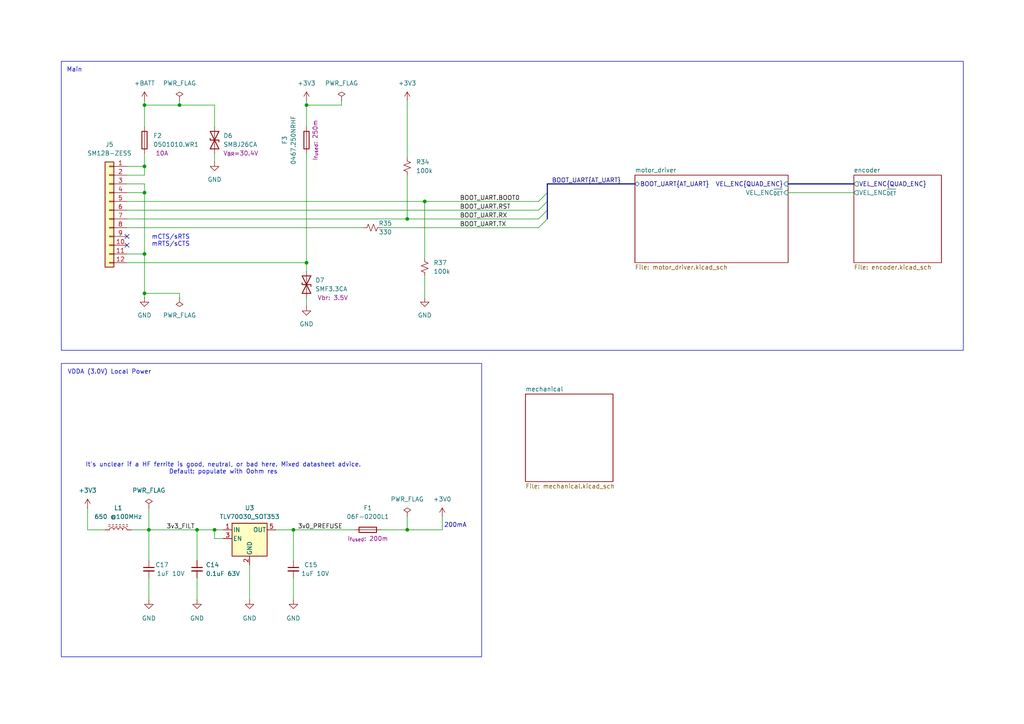
<source format=kicad_sch>
(kicad_sch (version 20250114) (generator "eeschema") (generator_version "9.0")
  (paper "A4")
  (lib_symbols
    (symbol "Connector_Generic:Conn_01x12" (pin_names (offset 1.016) (hide yes))
      (property "Reference" "J" (at 0 15.24 0))
      (property "Value" "Conn_01x12" (at 0 -17.78 0))
      (symbol "Conn_01x12_1_1"
        (rectangle (start -1.27 13.97) (end 1.27 -16.51) (stroke (width 0.254)) (fill (type background)))
        (rectangle (start -1.27 12.827) (end 0 12.573) (stroke (width 0.1524)))
        (rectangle (start -1.27 10.287) (end 0 10.033) (stroke (width 0.1524)))
        (rectangle (start -1.27 7.747) (end 0 7.493) (stroke (width 0.1524)))
        (rectangle (start -1.27 5.207) (end 0 4.953) (stroke (width 0.1524)))
        (rectangle (start -1.27 2.667) (end 0 2.413) (stroke (width 0.1524)))
        (rectangle (start -1.27 0.127) (end 0 -0.127) (stroke (width 0.1524)))
        (rectangle (start -1.27 -2.413) (end 0 -2.667) (stroke (width 0.1524)))
        (rectangle (start -1.27 -4.953) (end 0 -5.207) (stroke (width 0.1524)))
        (rectangle (start -1.27 -7.493) (end 0 -7.747) (stroke (width 0.1524)))
        (rectangle (start -1.27 -10.033) (end 0 -10.287) (stroke (width 0.1524)))
        (rectangle (start -1.27 -12.573) (end 0 -12.827) (stroke (width 0.1524)))
        (rectangle (start -1.27 -15.113) (end 0 -15.367) (stroke (width 0.1524)))
        (pin passive line (at -5.08 12.7 0) (length 3.81) (name "Pin_1") (number "1"))
        (pin passive line (at -5.08 10.16 0) (length 3.81) (name "Pin_2") (number "2"))
        (pin passive line (at -5.08 7.62 0) (length 3.81) (name "Pin_3") (number "3"))
        (pin passive line (at -5.08 5.08 0) (length 3.81) (name "Pin_4") (number "4"))
        (pin passive line (at -5.08 2.54 0) (length 3.81) (name "Pin_5") (number "5"))
        (pin passive line (at -5.08 0 0) (length 3.81) (name "Pin_6") (number "6"))
        (pin passive line (at -5.08 -2.54 0) (length 3.81) (name "Pin_7") (number "7"))
        (pin passive line (at -5.08 -5.08 0) (length 3.81) (name "Pin_8") (number "8"))
        (pin passive line (at -5.08 -7.62 0) (length 3.81) (name "Pin_9") (number "9"))
        (pin passive line (at -5.08 -10.16 0) (length 3.81) (name "Pin_10") (number "10"))
        (pin passive line (at -5.08 -12.7 0) (length 3.81) (name "Pin_11") (number "11"))
        (pin passive line (at -5.08 -15.24 0) (length 3.81) (name "Pin_12") (number "12"))
      )
    )
    (symbol "Device:C_Small" (pin_numbers (hide yes)) (pin_names (offset 0.254) (hide yes))
      (property "Reference" "C" (at 0.254 1.778 0))
      (property "Value" "C_Small" (at 0.254 -2.032 0))
      (symbol "C_Small_0_1"
        (polyline (pts (xy -1.524 0.508) (xy 1.524 0.508)) (stroke (width 0.3048)))
        (polyline (pts (xy -1.524 -0.508) (xy 1.524 -0.508)) (stroke (width 0.3302)))
      )
      (symbol "C_Small_1_1"
        (pin passive line (at 0 2.54 270) (length 2.032) (name "~") (number "1"))
        (pin passive line (at 0 -2.54 90) (length 2.032) (name "~") (number "2"))
      )
    )
    (symbol "Device:D_TVS" (pin_numbers (hide yes)) (pin_names (offset 1.016) (hide yes))
      (property "Reference" "D" (at 0 2.54 0))
      (property "Value" "D_TVS" (at 0 -2.54 0))
      (symbol "D_TVS_0_1"
        (polyline (pts (xy -2.54 1.27) (xy -2.54 -1.27) (xy 2.54 1.27) (xy 2.54 -1.27) (xy -2.54 1.27)) (stroke (width 0.254)))
        (polyline (pts (xy 0.508 1.27) (xy 0 1.27) (xy 0 -1.27) (xy -0.508 -1.27)) (stroke (width 0.254)))
        (polyline (pts (xy 1.27 0) (xy -1.27 0)))
      )
      (symbol "D_TVS_1_1"
        (pin passive line (at -3.81 0 0) (length 2.54) (name "A1") (number "1"))
        (pin passive line (at 3.81 0 180) (length 2.54) (name "A2") (number "2"))
      )
    )
    (symbol "Device:Fuse" (pin_numbers (hide yes)) (pin_names (offset 0))
      (property "Reference" "F" (at 2.032 0 90))
      (property "Value" "Fuse" (at -1.905 0 90))
      (symbol "Fuse_0_1"
        (rectangle (start -0.762 -2.54) (end 0.762 2.54) (stroke (width 0.254)))
        (polyline (pts (xy 0 2.54) (xy 0 -2.54)))
      )
      (symbol "Fuse_1_1"
        (pin passive line (at 0 3.81 270) (length 1.27) (name "~") (number "1"))
        (pin passive line (at 0 -3.81 90) (length 1.27) (name "~") (number "2"))
      )
    )
    (symbol "Device:L_Ferrite" (pin_numbers (hide yes)) (pin_names (offset 1.016) (hide yes))
      (property "Reference" "L" (at -1.27 0 90))
      (property "Value" "L_Ferrite" (at 2.794 0 90))
      (symbol "L_Ferrite_0_1"
        (arc (start 0 2.54) (mid 0.6323 1.905) (end 0 1.27))
        (arc (start 0 1.27) (mid 0.6323 0.635) (end 0 0))
        (arc (start 0 0) (mid 0.6323 -0.635) (end 0 -1.27))
        (arc (start 0 -1.27) (mid 0.6323 -1.905) (end 0 -2.54))
        (polyline (pts (xy 1.016 2.286) (xy 1.016 2.794)))
        (polyline (pts (xy 1.016 1.27) (xy 1.016 1.778)))
        (polyline (pts (xy 1.016 0.254) (xy 1.016 0.762)))
        (polyline (pts (xy 1.016 -0.762) (xy 1.016 -0.254)))
        (polyline (pts (xy 1.016 -1.778) (xy 1.016 -1.27)))
        (polyline (pts (xy 1.016 -2.794) (xy 1.016 -2.286)))
        (polyline (pts (xy 1.524 2.794) (xy 1.524 2.286)))
        (polyline (pts (xy 1.524 1.778) (xy 1.524 1.27)))
        (polyline (pts (xy 1.524 0.762) (xy 1.524 0.254)))
        (polyline (pts (xy 1.524 -0.254) (xy 1.524 -0.762)))
        (polyline (pts (xy 1.524 -1.27) (xy 1.524 -1.778)))
        (polyline (pts (xy 1.524 -2.286) (xy 1.524 -2.794)))
      )
      (symbol "L_Ferrite_1_1"
        (pin passive line (at 0 3.81 270) (length 1.27) (name "1") (number "1"))
        (pin passive line (at 0 -3.81 90) (length 1.27) (name "2") (number "2"))
      )
    )
    (symbol "Device:R_Small_US" (pin_numbers (hide yes)) (pin_names (offset 0.254) (hide yes))
      (property "Reference" "R" (at 0.762 0.508 0))
      (property "Value" "R_Small_US" (at 0.762 -1.016 0))
      (symbol "R_Small_US_1_1"
        (polyline (pts (xy 0 1.524) (xy 1.016 1.143) (xy 0 0.762) (xy -1.016 0.381) (xy 0 0)))
        (polyline (pts (xy 0 0) (xy 1.016 -0.381) (xy 0 -0.762) (xy -1.016 -1.143) (xy 0 -1.524)))
        (pin passive line (at 0 2.54 270) (length 1.016) (name "~") (number "1"))
        (pin passive line (at 0 -2.54 90) (length 1.016) (name "~") (number "2"))
      )
    )
    (symbol "Regulator_Linear:TLV70030_SOT353" (pin_names (offset 0.254))
      (property "Reference" "U" (at -3.81 5.715 0))
      (property "Value" "TLV70030_SOT353" (at 0 5.715 0))
      (symbol "TLV70030_SOT353_0_1"
        (rectangle (start -5.08 4.445) (end 5.08 -5.08) (stroke (width 0.254)) (fill (type background)))
      )
      (symbol "TLV70030_SOT353_1_1"
        (pin power_in line (at -7.62 2.54 0) (length 2.54) (name "IN") (number "1"))
        (pin input line (at -7.62 0 0) (length 2.54) (name "EN") (number "3"))
        (pin power_in line (at 0 -7.62 90) (length 2.54) (name "GND") (number "2"))
        (pin no_connect line (at 5.08 0 180) (length 2.54) (hide yes) (name "NC") (number "4"))
        (pin power_out line (at 7.62 2.54 180) (length 2.54) (name "OUT") (number "5"))
      )
    )
    (symbol "power:+3V0" (power) (pin_numbers (hide yes)) (pin_names (offset 0) (hide yes))
      (property "Value" "+3V0" (at 0 3.556 0))
      (symbol "+3V0_0_1"
        (polyline (pts (xy -0.762 1.27) (xy 0 2.54)))
        (polyline (pts (xy 0 2.54) (xy 0.762 1.27)))
        (polyline (pts (xy 0 0) (xy 0 2.54)))
      )
      (symbol "+3V0_1_1"
        (pin power_in line (at 0 0 90) (length 0) (name "~") (number "1"))
      )
    )
    (symbol "power:+3V3" (power) (pin_numbers (hide yes)) (pin_names (offset 0) (hide yes))
      (property "Value" "+3V3" (at 0 3.556 0))
      (symbol "+3V3_0_1"
        (polyline (pts (xy -0.762 1.27) (xy 0 2.54)))
        (polyline (pts (xy 0 2.54) (xy 0.762 1.27)))
        (polyline (pts (xy 0 0) (xy 0 2.54)))
      )
      (symbol "+3V3_1_1"
        (pin power_in line (at 0 0 90) (length 0) (name "~") (number "1"))
      )
    )
    (symbol "power:+BATT" (power) (pin_numbers (hide yes)) (pin_names (offset 0) (hide yes))
      (property "Value" "+BATT" (at 0 3.556 0))
      (symbol "+BATT_0_1"
        (polyline (pts (xy -0.762 1.27) (xy 0 2.54)))
        (polyline (pts (xy 0 2.54) (xy 0.762 1.27)))
        (polyline (pts (xy 0 0) (xy 0 2.54)))
      )
      (symbol "+BATT_1_1"
        (pin power_in line (at 0 0 90) (length 0) (name "~") (number "1"))
      )
    )
    (symbol "power:GND" (power) (pin_numbers (hide yes)) (pin_names (offset 0) (hide yes))
      (property "Value" "GND" (at 0 -3.81 0))
      (symbol "GND_0_1"
        (polyline (pts (xy 0 0) (xy 0 -1.27) (xy 1.27 -1.27) (xy 0 -2.54) (xy -1.27 -1.27) (xy 0 -1.27)))
      )
      (symbol "GND_1_1"
        (pin power_in line (at 0 0 270) (length 0) (name "~") (number "1"))
      )
    )
    (symbol "power:PWR_FLAG" (power) (pin_numbers (hide yes)) (pin_names (offset 0) (hide yes))
      (property "Value" "PWR_FLAG" (at 0 3.81 0))
      (symbol "PWR_FLAG_0_0"
        (pin power_out line (at 0 0 90) (length 0) (name "~") (number "1"))
      )
      (symbol "PWR_FLAG_0_1"
        (polyline (pts (xy 0 0) (xy 0 1.27) (xy -1.016 1.905) (xy 0 2.54) (xy 1.016 1.905) (xy 0 1.27)))
      )
    )
  )
  (bus_alias "AT_UART" (members "TX" "RX" "BOOT0" "RST" "~{DET}"))
  (bus_alias "QUAD_ENC" (members "A" "B" "Z"))
  (rectangle (start 17.78 105.41) (end 139.7 190.5))
  (rectangle (start 17.78 17.78) (end 279.4 101.6))
  (text "VDDA (3.0V) Local Power" (at 31.75 107.95 0) (effects (font (size 1.27 1.27))))
  (text "It's unclear if a HF ferrite is good, neutral, or bad here. Mixed datasheet advice.\nDefault: populate with 0ohm res" (at 64.77 135.89 0) (effects (font (size 1.27 1.27))))
  (text "Main" (at 21.59 20.32 0) (effects (font (size 1.27 1.27))))
  (text "200mA" (at 132.08 152.4 0) (effects (font (size 1.27 1.27))))
  (text "mCTS/sRTS\nmRTS/sCTS" (at 49.53 69.85 0) (effects (font (size 1.27 1.27))))
  (junction (at 85.09 153.67))
  (junction (at 41.91 30.48))
  (junction (at 123.19 58.42))
  (junction (at 62.23 153.67))
  (junction (at 118.11 153.67))
  (junction (at 41.91 55.88))
  (junction (at 43.18 153.67))
  (junction (at 52.07 30.48))
  (junction (at 88.9 76.2))
  (junction (at 41.91 85.09))
  (junction (at 57.15 153.67))
  (junction (at 41.91 48.26))
  (junction (at 88.9 30.48))
  (junction (at 118.11 63.5))
  (junction (at 41.91 73.66))
  (no_connect (at 36.83 71.12))
  (no_connect (at 36.83 68.58))
  (bus_entry (at 158.75 60.96) (size -2.54 2.54))
  (bus_entry (at 158.75 55.88) (size -2.54 2.54))
  (bus_entry (at 158.75 63.5) (size -2.54 2.54))
  (bus_entry (at 158.75 58.42) (size -2.54 2.54))
  (wire (pts (xy 85.09 153.67) (xy 85.09 162.56)))
  (wire (pts (xy 41.91 30.48) (xy 41.91 36.83)))
  (wire (pts (xy 43.18 147.32) (xy 43.18 153.67)))
  (wire (pts (xy 57.15 153.67) (xy 62.23 153.67)))
  (wire (pts (xy 72.39 163.83) (xy 72.39 173.99)))
  (wire (pts (xy 62.23 44.45) (xy 62.23 46.99)))
  (wire (pts (xy 36.83 60.96) (xy 156.21 60.96)))
  (wire (pts (xy 36.83 50.8) (xy 41.91 50.8)))
  (wire (pts (xy 41.91 85.09) (xy 41.91 86.36)))
  (wire (pts (xy 52.07 86.36) (xy 52.07 85.09)))
  (wire (pts (xy 123.19 58.42) (xy 156.21 58.42)))
  (wire (pts (xy 85.09 167.64) (xy 85.09 173.99)))
  (wire (pts (xy 118.11 29.21) (xy 118.11 45.72)))
  (wire (pts (xy 118.11 63.5) (xy 156.21 63.5)))
  (wire (pts (xy 41.91 50.8) (xy 41.91 48.26)))
  (wire (pts (xy 88.9 76.2) (xy 88.9 78.74)))
  (wire (pts (xy 62.23 36.83) (xy 62.23 30.48)))
  (wire (pts (xy 25.4 147.32) (xy 25.4 153.67)))
  (wire (pts (xy 36.83 66.04) (xy 105.41 66.04)))
  (wire (pts (xy 52.07 85.09) (xy 41.91 85.09)))
  (wire (pts (xy 41.91 55.88) (xy 41.91 73.66)))
  (bus (pts (xy 158.75 53.34) (xy 158.75 55.88)))
  (bus (pts (xy 228.6 53.34) (xy 247.65 53.34)))
  (wire (pts (xy 43.18 153.67) (xy 57.15 153.67)))
  (wire (pts (xy 57.15 167.64) (xy 57.15 173.99)))
  (wire (pts (xy 85.09 153.67) (xy 80.01 153.67)))
  (wire (pts (xy 88.9 44.45) (xy 88.9 76.2)))
  (wire (pts (xy 123.19 80.01) (xy 123.19 86.36)))
  (wire (pts (xy 36.83 53.34) (xy 41.91 53.34)))
  (wire (pts (xy 118.11 153.67) (xy 128.27 153.67)))
  (wire (pts (xy 118.11 149.86) (xy 118.11 153.67)))
  (wire (pts (xy 62.23 30.48) (xy 52.07 30.48)))
  (wire (pts (xy 41.91 73.66) (xy 41.91 85.09)))
  (wire (pts (xy 88.9 29.21) (xy 88.9 30.48)))
  (wire (pts (xy 36.83 73.66) (xy 41.91 73.66)))
  (wire (pts (xy 110.49 153.67) (xy 118.11 153.67)))
  (wire (pts (xy 128.27 149.86) (xy 128.27 153.67)))
  (wire (pts (xy 41.91 44.45) (xy 41.91 48.26)))
  (wire (pts (xy 88.9 86.36) (xy 88.9 88.9)))
  (bus (pts (xy 158.75 60.96) (xy 158.75 63.5)))
  (wire (pts (xy 36.83 55.88) (xy 41.91 55.88)))
  (wire (pts (xy 110.49 66.04) (xy 156.21 66.04)))
  (wire (pts (xy 228.6 55.88) (xy 247.65 55.88)))
  (wire (pts (xy 43.18 167.64) (xy 43.18 173.99)))
  (bus (pts (xy 158.75 55.88) (xy 158.75 58.42)))
  (wire (pts (xy 88.9 30.48) (xy 88.9 36.83)))
  (bus (pts (xy 158.75 58.42) (xy 158.75 60.96)))
  (wire (pts (xy 43.18 153.67) (xy 43.18 162.56)))
  (wire (pts (xy 64.77 156.21) (xy 62.23 156.21)))
  (bus (pts (xy 158.75 53.34) (xy 184.15 53.34)))
  (wire (pts (xy 118.11 50.8) (xy 118.11 63.5)))
  (wire (pts (xy 85.09 153.67) (xy 102.87 153.67)))
  (wire (pts (xy 36.83 48.26) (xy 41.91 48.26)))
  (wire (pts (xy 25.4 153.67) (xy 30.48 153.67)))
  (wire (pts (xy 41.91 53.34) (xy 41.91 55.88)))
  (wire (pts (xy 36.83 76.2) (xy 88.9 76.2)))
  (wire (pts (xy 36.83 63.5) (xy 118.11 63.5)))
  (wire (pts (xy 62.23 153.67) (xy 64.77 153.67)))
  (wire (pts (xy 36.83 58.42) (xy 123.19 58.42)))
  (wire (pts (xy 52.07 30.48) (xy 41.91 30.48)))
  (wire (pts (xy 41.91 29.21) (xy 41.91 30.48)))
  (wire (pts (xy 62.23 156.21) (xy 62.23 153.67)))
  (wire (pts (xy 99.06 29.21) (xy 99.06 30.48)))
  (wire (pts (xy 123.19 58.42) (xy 123.19 74.93)))
  (wire (pts (xy 57.15 153.67) (xy 57.15 162.56)))
  (wire (pts (xy 38.1 153.67) (xy 43.18 153.67)))
  (wire (pts (xy 99.06 30.48) (xy 88.9 30.48)))
  (wire (pts (xy 52.07 29.21) (xy 52.07 30.48)))
  (label "BOOT_UART.BOOT0" (at 133.35 58.42 0))
  (label "BOOT_UART.RST" (at 133.35 60.96 0))
  (label "BOOT_UART.TX" (at 133.35 66.04 0))
  (label "3v3_FILT" (at 48.26 153.67 0))
  (label "BOOT_UART.RX" (at 133.35 63.5 0))
  (label "3v0_PREFUSE" (at 86.36 153.67 0))
  (label "BOOT_UART{AT_UART}" (at 160.02 53.34 0))
  (symbol (lib_id "power:GND") (at 57.15 173.99 0) (unit 1)
    (property "Reference" "#PWR048" (effects (hide yes)))
    (property "Value" "GND" (at 57.15 179.324 0))
    (property "Description" "Power symbol creates a global label with name \"GND\" , ground" (effects (hide yes)))
  )
  (symbol (lib_id "Device:Fuse") (at 106.68 153.67 90) (unit 1)
    (property "Reference" "F1" (at 106.68 147.32 90))
    (property "Value" "06F-0200L1" (at 106.68 149.86 90))
    (property "Footprint" "Fuse:Fuse_0603_1608Metric_Pad1.05x0.95mm_HandSolder" (effects (hide yes)))
    (property "Description" "Fuse" (effects (hide yes)))
    (property "I_{fused}" "200m" (at 106.68 156.21 90) (show_name yes))
    (property "LCSC" "C377220" (effects (hide yes)))
  )
  (symbol (lib_id "power:GND") (at 88.9 88.9 0) (unit 1)
    (property "Reference" "#PWR065" (effects (hide yes)))
    (property "Value" "GND" (at 88.9 93.98 0))
    (property "Description" "Power symbol creates a global label with name \"GND\" , ground" (effects (hide yes)))
  )
  (symbol (lib_id "power:PWR_FLAG") (at 99.06 29.21 0) (unit 1)
    (property "Reference" "#FLG05" (effects (hide yes)))
    (property "Value" "PWR_FLAG" (at 99.06 24.13 0))
    (property "Description" "Special symbol for telling ERC where power comes from" (effects (hide yes)))
  )
  (symbol (lib_id "power:GND") (at 43.18 173.99 0) (mirror y) (unit 1)
    (property "Reference" "#PWR053" (effects (hide yes)))
    (property "Value" "GND" (at 43.18 179.324 0))
    (property "Description" "Power symbol creates a global label with name \"GND\" , ground" (effects (hide yes)))
  )
  (symbol (lib_id "power:GND") (at 123.19 86.36 0) (unit 1)
    (property "Reference" "#PWR046" (effects (hide yes)))
    (property "Value" "GND" (at 123.19 91.44 0))
    (property "Description" "Power symbol creates a global label with name \"GND\" , ground" (effects (hide yes)))
  )
  (symbol (lib_id "power:+3V0") (at 128.27 149.86 0) (unit 1)
    (property "Reference" "#PWR052" (effects (hide yes)))
    (property "Value" "+3V0" (at 128.27 144.78 0))
    (property "Description" "Power symbol creates a global label with name \"+3V0\"" (effects (hide yes)))
  )
  (symbol (lib_id "Device:R_Small_US") (at 118.11 48.26 0) (unit 1)
    (property "Reference" "R34" (at 120.65 46.9899 0) (effects (justify left)))
    (property "Value" "100k" (at 120.65 49.5299 0) (effects (justify left)))
    (property "Footprint" "Resistor_SMD:R_0402_1005Metric" (effects (hide yes)))
    (property "Description" "Resistor, small US symbol" (effects (hide yes)))
    (property "LCSC" "C25741" (effects (hide yes)))
  )
  (symbol (lib_id "Connector_Generic:Conn_01x12") (at 31.75 60.96 0) (mirror y) (unit 1)
    (property "Reference" "J5" (at 31.75 41.91 0))
    (property "Value" "SM12B-ZESS" (at 31.75 44.45 0))
    (property "Footprint" "Connector_JST:JST_ZE_SM12B-ZESS-TB_1x12-1MP_P1.50mm_Horizontal" (effects (hide yes)))
    (property "Description" "Generic connector, single row, 01x12, script generated (kicad-library-utils/schlib/autogen/connector/)" (effects (hide yes)))
  )
  (symbol (lib_id "power:GND") (at 41.91 86.36 0) (unit 1)
    (property "Reference" "#PWR044" (effects (hide yes)))
    (property "Value" "GND" (at 41.91 91.44 0))
    (property "Description" "Power symbol creates a global label with name \"GND\" , ground" (effects (hide yes)))
  )
  (symbol (lib_id "power:PWR_FLAG") (at 118.11 149.86 0) (unit 1)
    (property "Reference" "#FLG03" (effects (hide yes)))
    (property "Value" "PWR_FLAG" (at 118.11 144.78 0))
    (property "Description" "Special symbol for telling ERC where power comes from" (effects (hide yes)))
  )
  (symbol (lib_id "Device:C_Small") (at 57.15 165.1 0) (unit 1)
    (property "Reference" "C14" (at 59.69 163.8362 0) (effects (justify left)))
    (property "Value" "0.1uF 63V" (at 59.69 166.3762 0) (effects (justify left)))
    (property "Footprint" "Capacitor_SMD:C_0402_1005Metric" (effects (hide yes)))
    (property "Description" "Unpolarized capacitor, small symbol" (effects (hide yes)))
    (property "LCSC" "C131394" (effects (hide yes)))
  )
  (symbol (lib_id "Regulator_Linear:TLV70030_SOT353") (at 72.39 156.21 0) (unit 1)
    (property "Reference" "U3" (at 72.39 147.32 0))
    (property "Value" "TLV70030_SOT353" (at 72.39 149.86 0))
    (property "Footprint" "Package_TO_SOT_SMD:SOT-353_SC-70-5" (effects (hide yes)))
    (property "Datasheet" "http://www.ti.com/lit/ds/symlink/tlv700.pdf" (effects (hide yes)))
    (property "Description" "200mA Low Dropout Voltage Regulator, Fixed Output 3V, SC70-5" (effects (hide yes)))
    (property "LCSC" "C527437" (effects (hide yes)))
  )
  (symbol (lib_id "power:+3V3") (at 88.9 29.21 0) (unit 1)
    (property "Reference" "#PWR041" (effects (hide yes)))
    (property "Value" "+3V3" (at 88.9 24.13 0))
    (property "Description" "Power symbol creates a global label with name \"+3V3\"" (effects (hide yes)))
  )
  (symbol (lib_id "power:GND") (at 72.39 173.99 0) (unit 1)
    (property "Reference" "#PWR049" (effects (hide yes)))
    (property "Value" "GND" (at 72.39 179.324 0))
    (property "Description" "Power symbol creates a global label with name \"GND\" , ground" (effects (hide yes)))
  )
  (symbol (lib_id "Device:C_Small") (at 85.09 165.1 0) (unit 1)
    (property "Reference" "C15" (at 90.17 163.83 0))
    (property "Value" "1uF 10V" (at 91.44 166.37 0))
    (property "Footprint" "Capacitor_SMD:C_0402_1005Metric" (effects (hide yes)))
    (property "Description" "Unpolarized capacitor, small symbol" (effects (hide yes)))
    (property "LCSC" "C14445" (effects (hide yes)))
  )
  (symbol (lib_id "power:PWR_FLAG") (at 52.07 29.21 0) (unit 1)
    (property "Reference" "#FLG06" (effects (hide yes)))
    (property "Value" "PWR_FLAG" (at 52.07 24.13 0))
    (property "Description" "Special symbol for telling ERC where power comes from" (effects (hide yes)))
  )
  (symbol (lib_id "Device:C_Small") (at 43.18 165.1 0) (unit 1)
    (property "Reference" "C17" (at 46.99 163.83 0))
    (property "Value" "1uF 10V" (at 49.53 166.37 0))
    (property "Footprint" "Capacitor_SMD:C_0402_1005Metric" (effects (hide yes)))
    (property "Description" "Unpolarized capacitor, small symbol" (effects (hide yes)))
    (property "LCSC" "C14445" (effects (hide yes)))
  )
  (symbol (lib_id "Device:R_Small_US") (at 123.19 77.47 0) (unit 1)
    (property "Reference" "R37" (at 125.73 76.1999 0) (effects (justify left)))
    (property "Value" "100k" (at 125.73 78.7399 0) (effects (justify left)))
    (property "Footprint" "Resistor_SMD:R_0402_1005Metric" (effects (hide yes)))
    (property "Description" "Resistor, small US symbol" (effects (hide yes)))
    (property "LCSC" "C25741" (effects (hide yes)))
  )
  (symbol (lib_id "power:+3V3") (at 118.11 29.21 0) (unit 1)
    (property "Reference" "#PWR042" (effects (hide yes)))
    (property "Value" "+3V3" (at 118.11 24.13 0))
    (property "Description" "Power symbol creates a global label with name \"+3V3\"" (effects (hide yes)))
  )
  (symbol (lib_id "Device:Fuse") (at 41.91 40.64 0) (unit 1)
    (property "Reference" "F2" (at 44.45 39.3699 0) (effects (justify left)))
    (property "Value" "0501010.WR1" (at 44.45 41.9099 0) (effects (justify left)))
    (property "Footprint" "Fuse:Fuse_1206_3216Metric_Pad1.42x1.75mm_HandSolder" (effects (hide yes)))
    (property "Description" "Fuse" (effects (hide yes)))
    (property "I_{fused}" "10A" (at 46.99 44.45 0))
    (property "LCSC" "C207003" (effects (hide yes)))
  )
  (symbol (lib_id "power:PWR_FLAG") (at 52.07 86.36 0) (mirror x) (unit 1)
    (property "Reference" "#FLG02" (effects (hide yes)))
    (property "Value" "PWR_FLAG" (at 52.07 91.44 0))
    (property "Description" "Special symbol for telling ERC where power comes from" (effects (hide yes)))
  )
  (symbol (lib_id "Device:D_TVS") (at 62.23 40.64 90) (unit 1)
    (property "Reference" "D6" (at 64.77 39.3699 90) (effects (justify right)))
    (property "Value" "SMBJ26CA" (at 64.77 41.91 90) (effects (justify right)))
    (property "Footprint" "AT-Discrete:D_SMB_Non-Polar" (effects (hide yes)))
    (property "Description" "Bidirectional transient-voltage-suppression diode" (effects (hide yes)))
    (property "V_{BR}" "V_{BR}=30.4V" (at 69.85 44.45 90))
    (property "LCSC" "C135063" (effects (hide yes)))
  )
  (symbol (lib_id "Device:D_TVS") (at 88.9 82.55 270) (unit 1)
    (property "Reference" "D7" (at 91.44 81.2799 90) (effects (justify left)))
    (property "Value" "SMF3.3CA" (at 91.44 83.8199 90) (effects (justify left)))
    (property "Footprint" "Diode_SMD:D_SOD-123" (effects (hide yes)))
    (property "Description" "Bidirectional transient-voltage-suppression diode" (effects (hide yes)))
    (property "Vbr" "3.5V" (at 96.52 86.36 90) (show_name yes))
    (property "LCSC" "C6165153" (effects (hide yes)))
  )
  (symbol (lib_id "power:PWR_FLAG") (at 43.18 147.32 0) (unit 1)
    (property "Reference" "#FLG01" (effects (hide yes)))
    (property "Value" "PWR_FLAG" (at 43.18 142.24 0))
    (property "Description" "Special symbol for telling ERC where power comes from" (effects (hide yes)))
  )
  (symbol (lib_id "power:GND") (at 62.23 46.99 0) (unit 1)
    (property "Reference" "#PWR036" (effects (hide yes)))
    (property "Value" "GND" (at 62.23 52.07 0))
    (property "Description" "Power symbol creates a global label with name \"GND\" , ground" (effects (hide yes)))
  )
  (symbol (lib_id "power:GND") (at 85.09 173.99 0) (mirror y) (unit 1)
    (property "Reference" "#PWR050" (effects (hide yes)))
    (property "Value" "GND" (at 85.09 179.324 0))
    (property "Description" "Power symbol creates a global label with name \"GND\" , ground" (effects (hide yes)))
  )
  (symbol (lib_id "Device:Fuse") (at 88.9 40.64 180) (unit 1)
    (property "Reference" "F3" (at 82.55 40.64 90))
    (property "Value" "0467.250NRHF" (at 85.09 40.64 90))
    (property "Footprint" "Fuse:Fuse_0603_1608Metric_Pad1.05x0.95mm_HandSolder" (effects (hide yes)))
    (property "Description" "Fuse" (effects (hide yes)))
    (property "I_{fused}" "250m" (at 91.44 40.64 90) (show_name yes))
    (property "LCSC" "C151137" (effects (hide yes)))
  )
  (symbol (lib_id "power:+3V3") (at 25.4 147.32 0) (unit 1)
    (property "Reference" "#PWR051" (effects (hide yes)))
    (property "Value" "+3V3" (at 25.4 142.24 0))
    (property "Description" "Power symbol creates a global label with name \"+3V3\"" (effects (hide yes)))
  )
  (symbol (lib_id "power:+BATT") (at 41.91 29.21 0) (unit 1)
    (property "Reference" "#PWR043" (effects (hide yes)))
    (property "Value" "+BATT" (at 41.91 24.13 0))
    (property "Description" "Power symbol creates a global label with name \"+BATT\"" (effects (hide yes)))
  )
  (symbol (lib_id "Device:R_Small_US") (at 107.95 66.04 90) (unit 1)
    (property "Reference" "R35" (at 111.76 64.77 90))
    (property "Value" "330" (at 111.76 67.31 90))
    (property "Footprint" "Resistor_SMD:R_0402_1005Metric" (effects (hide yes)))
    (property "Description" "Resistor, small US symbol" (effects (hide yes)))
    (property "LCSC" "C25104" (effects (hide yes)))
  )
  (symbol (lib_id "Device:L_Ferrite") (at 34.29 153.67 90) (unit 1)
    (property "Reference" "L1" (at 34.29 147.32 90))
    (property "Value" "650 @100MHz" (at 34.29 149.86 90))
    (property "Footprint" "Resistor_SMD:R_0603_1608Metric" (effects (hide yes)))
    (property "Description" "Inductor with ferrite core" (effects (hide yes)))
    (property "LCSC" "C21189" (effects (hide yes)))
  )
  (sheet (at 247.65 50.8) (size 25.4 25.4) (stroke (width 0.1524))
    (property "Sheetname" "encoder" (at 247.65 50.0884 0) (effects (justify left bottom)))
    (property "Sheetfile" "encoder.kicad_sch" (at 247.65 76.7846 0) (effects (justify left top)))
    (pin "VEL_ENC{QUAD_ENC}" output (at 247.65 53.34 180))
    (pin "VEL_ENC_{~{DET}}" output (at 247.65 55.88 180))
  )
  (sheet (at 152.4 114.3) (size 25.4 25.4) (stroke (width 0.1524))
    (property "Sheetname" "mechanical" (at 152.4 113.5884 0) (effects (justify left bottom)))
    (property "Sheetfile" "mechanical.kicad_sch" (at 152.4 140.2846 0) (effects (justify left top)))
  )
  (sheet (at 184.15 50.8) (size 44.45 25.4) (stroke (width 0.1524))
    (property "Sheetname" "motor_driver" (at 184.15 50.0884 0) (effects (justify left bottom)))
    (property "Sheetfile" "motor_driver.kicad_sch" (at 184.15 76.7846 0) (effects (justify left top)))
    (pin "BOOT_UART{AT_UART}" bidirectional (at 184.15 53.34 180))
    (pin "VEL_ENC_{~{DET}}" input (at 228.6 55.88 0))
    (pin "VEL_ENC{QUAD_ENC}" input (at 228.6 53.34 0))
  )
)
</source>
